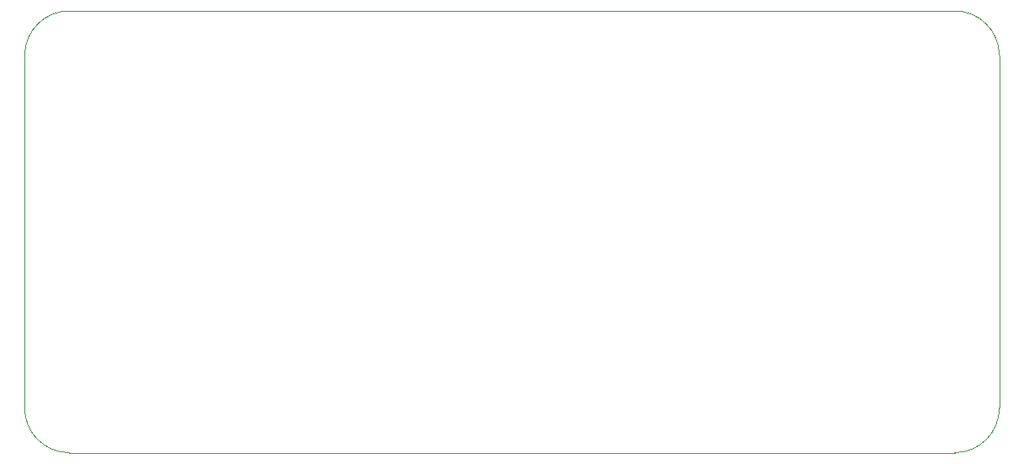
<source format=gbr>
%TF.GenerationSoftware,KiCad,Pcbnew,9.0.2*%
%TF.CreationDate,2025-06-19T19:06:17-05:00*%
%TF.ProjectId,balance_bot,62616c61-6e63-4655-9f62-6f742e6b6963,rev?*%
%TF.SameCoordinates,Original*%
%TF.FileFunction,Profile,NP*%
%FSLAX46Y46*%
G04 Gerber Fmt 4.6, Leading zero omitted, Abs format (unit mm)*
G04 Created by KiCad (PCBNEW 9.0.2) date 2025-06-19 19:06:17*
%MOMM*%
%LPD*%
G01*
G04 APERTURE LIST*
%TA.AperFunction,Profile*%
%ADD10C,0.050000*%
%TD*%
G04 APERTURE END LIST*
D10*
X104000000Y-120000000D02*
G75*
G02*
X99500000Y-115500000I0J4500000D01*
G01*
X99500000Y-80000000D02*
G75*
G02*
X104000000Y-75500000I4500000J0D01*
G01*
X193000000Y-75500000D02*
G75*
G02*
X197500000Y-80000000I0J-4500000D01*
G01*
X197500000Y-115500000D02*
G75*
G02*
X193000000Y-120000000I-4500000J0D01*
G01*
X99500000Y-115500000D02*
X99500000Y-80000000D01*
X197500000Y-80000000D02*
X197500000Y-115500000D01*
X104000000Y-75500000D02*
X193000000Y-75500000D01*
X104000000Y-120000000D02*
X193000000Y-120000000D01*
M02*

</source>
